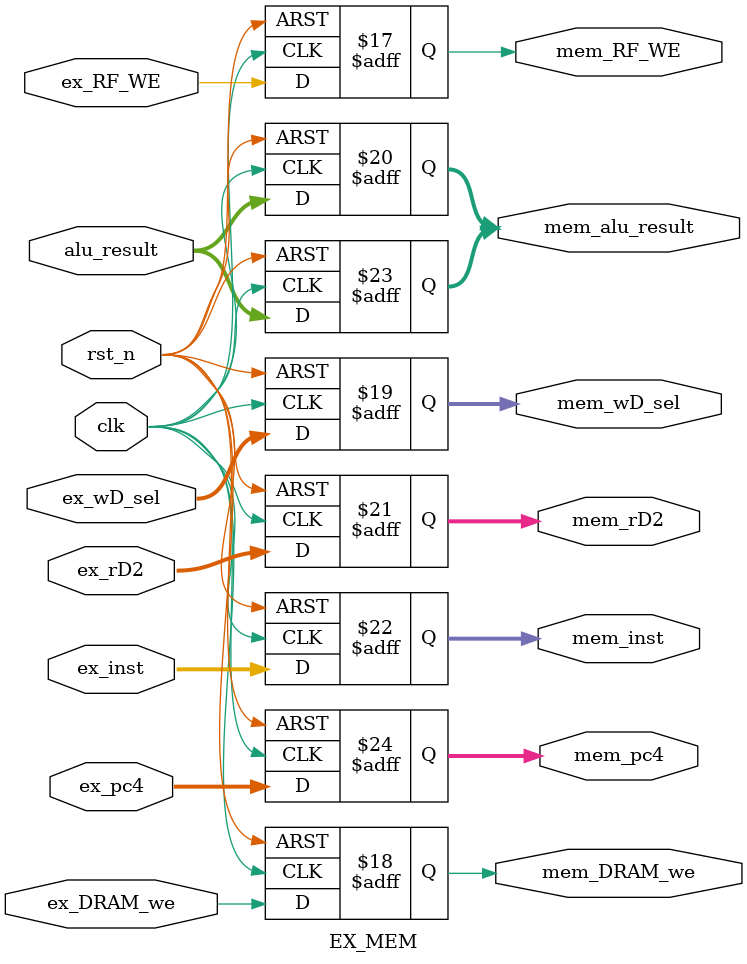
<source format=v>
    

module EX_MEM(
      input clk,
      input rst_n,
      input [31:0] alu_result,
      input [31:0] ex_rD2,
      input [31:0] ex_pc4,
      input [31:0] ex_inst,
      input [1:0] ex_wD_sel,
      input ex_DRAM_we,
      input ex_RF_WE,
      
      
      output reg [31:0] mem_inst,
      output reg mem_DRAM_we,
      output reg mem_RF_WE,
      output reg [1:0] mem_wD_sel,
      output reg [31:0] mem_pc4,
      output reg [31:0] mem_alu_result,
      output reg [31:0] mem_rD2
      
    );
    
    
    always@(posedge clk or negedge rst_n)
    begin
          if(!rst_n) mem_pc4<=32'b0;
          else mem_pc4<=ex_pc4;
    end
    
    always@(posedge clk or negedge rst_n)
    begin
          if(!rst_n) mem_alu_result<=32'b0;
          else mem_alu_result<=alu_result;
    end
    
    always@(posedge clk or negedge rst_n)
    begin
          if(!rst_n) mem_inst<=32'b0;
          else mem_inst<=ex_inst;
    end
    
    always@(posedge clk or negedge rst_n)
    begin
          if(!rst_n) mem_rD2<=32'b0;
          else mem_rD2<=ex_rD2;
    end
    
    always@(posedge clk or negedge rst_n)
    begin
          if(!rst_n) mem_alu_result<=32'b0;
          else mem_alu_result<=alu_result;
    end
    
    always@(posedge clk or negedge rst_n)
    begin
          if(!rst_n) mem_wD_sel<=32'b0;
          else mem_wD_sel<=ex_wD_sel;
    end
    
    always@(posedge clk or negedge rst_n)
    begin
          if(!rst_n) mem_DRAM_we<=1'b0;
          else mem_DRAM_we<=ex_DRAM_we;
    end
    
    always@(posedge clk or negedge rst_n)
    begin
          if(!rst_n) mem_RF_WE<=1'b0;
          else mem_RF_WE<=ex_RF_WE;
    end
   
endmodule
    
    
</source>
